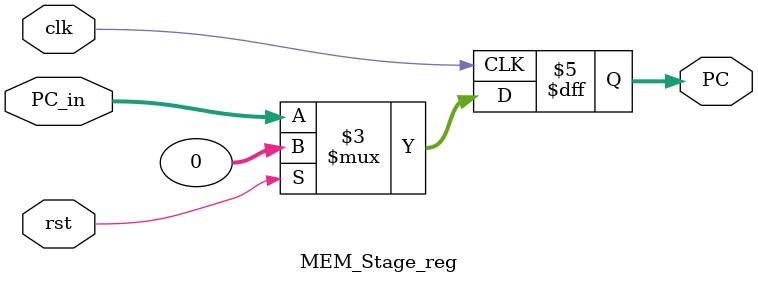
<source format=v>
module MEM_Stage_reg
	(
		clk,
		rst,
		PC_in,
		PC
	);
	
	// input and output ports
	input			clk;
	input			rst;
	input	[31:0]	PC_in;
	output	[31:0]	PC;
	
	// registers
	reg		[31:0]	PC;
	
	// build module
	always @(posedge clk)
	begin
		if(rst)
			PC <= 32'b0;
		else
			PC = PC_in;
	end
	
endmodule

</source>
